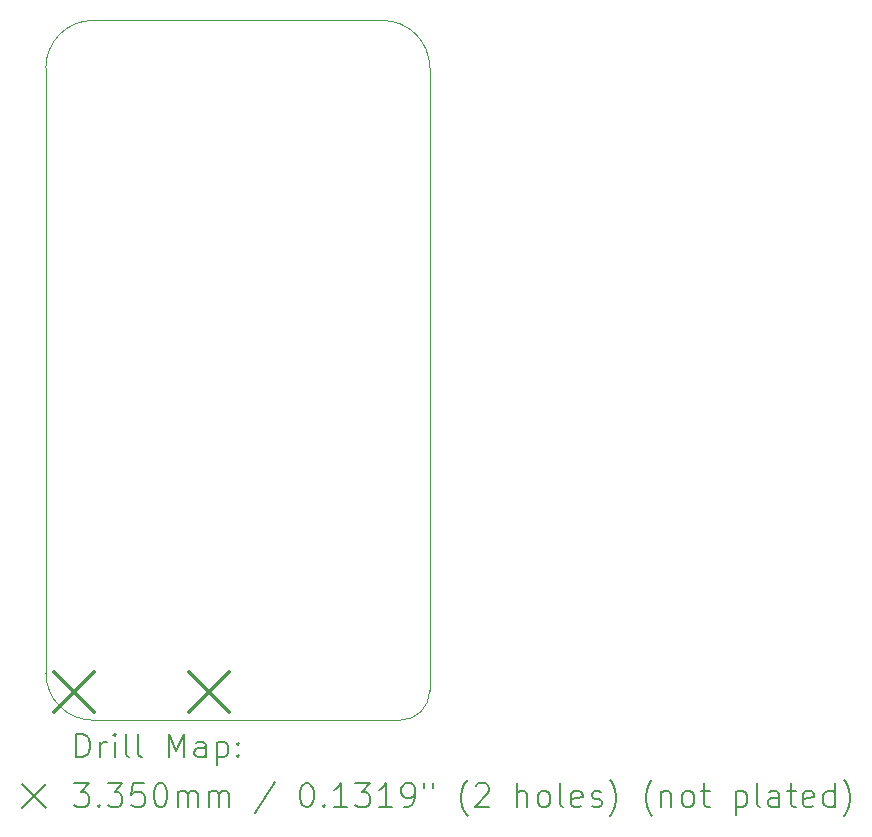
<source format=gbr>
%TF.GenerationSoftware,KiCad,Pcbnew,8.0.2*%
%TF.CreationDate,2024-10-02T19:37:23-04:00*%
%TF.ProjectId,drive_27A,64726976-655f-4323-9741-2e6b69636164,rev?*%
%TF.SameCoordinates,Original*%
%TF.FileFunction,Drillmap*%
%TF.FilePolarity,Positive*%
%FSLAX45Y45*%
G04 Gerber Fmt 4.5, Leading zero omitted, Abs format (unit mm)*
G04 Created by KiCad (PCBNEW 8.0.2) date 2024-10-02 19:37:23*
%MOMM*%
%LPD*%
G01*
G04 APERTURE LIST*
%ADD10C,0.050000*%
%ADD11C,0.200000*%
%ADD12C,0.335000*%
G04 APERTURE END LIST*
D10*
X1825000Y-7375000D02*
G75*
G02*
X1425000Y-6975000I0J400000D01*
G01*
X4675000Y-7125000D02*
G75*
G02*
X4425000Y-7375000I-250000J0D01*
G01*
X4275000Y-1450000D02*
G75*
G02*
X4675000Y-1850000I0J-400000D01*
G01*
X1425000Y-1850000D02*
G75*
G02*
X1825000Y-1450000I400000J0D01*
G01*
X1825000Y-1450000D02*
X4275000Y-1450000D01*
X1825000Y-7375000D02*
X4425000Y-7375000D01*
X1425000Y-1850000D02*
X1425000Y-6975000D01*
X4675000Y-7125000D02*
X4675000Y-1850000D01*
D11*
D12*
X1493400Y-6967500D02*
X1828400Y-7302500D01*
X1828400Y-6967500D02*
X1493400Y-7302500D01*
X2636600Y-6967500D02*
X2971600Y-7302500D01*
X2971600Y-6967500D02*
X2636600Y-7302500D01*
D11*
X1683277Y-7688984D02*
X1683277Y-7488984D01*
X1683277Y-7488984D02*
X1730896Y-7488984D01*
X1730896Y-7488984D02*
X1759467Y-7498508D01*
X1759467Y-7498508D02*
X1778515Y-7517555D01*
X1778515Y-7517555D02*
X1788039Y-7536603D01*
X1788039Y-7536603D02*
X1797562Y-7574698D01*
X1797562Y-7574698D02*
X1797562Y-7603269D01*
X1797562Y-7603269D02*
X1788039Y-7641365D01*
X1788039Y-7641365D02*
X1778515Y-7660412D01*
X1778515Y-7660412D02*
X1759467Y-7679460D01*
X1759467Y-7679460D02*
X1730896Y-7688984D01*
X1730896Y-7688984D02*
X1683277Y-7688984D01*
X1883277Y-7688984D02*
X1883277Y-7555650D01*
X1883277Y-7593746D02*
X1892801Y-7574698D01*
X1892801Y-7574698D02*
X1902324Y-7565174D01*
X1902324Y-7565174D02*
X1921372Y-7555650D01*
X1921372Y-7555650D02*
X1940420Y-7555650D01*
X2007086Y-7688984D02*
X2007086Y-7555650D01*
X2007086Y-7488984D02*
X1997562Y-7498508D01*
X1997562Y-7498508D02*
X2007086Y-7508031D01*
X2007086Y-7508031D02*
X2016610Y-7498508D01*
X2016610Y-7498508D02*
X2007086Y-7488984D01*
X2007086Y-7488984D02*
X2007086Y-7508031D01*
X2130896Y-7688984D02*
X2111848Y-7679460D01*
X2111848Y-7679460D02*
X2102324Y-7660412D01*
X2102324Y-7660412D02*
X2102324Y-7488984D01*
X2235658Y-7688984D02*
X2216610Y-7679460D01*
X2216610Y-7679460D02*
X2207086Y-7660412D01*
X2207086Y-7660412D02*
X2207086Y-7488984D01*
X2464229Y-7688984D02*
X2464229Y-7488984D01*
X2464229Y-7488984D02*
X2530896Y-7631841D01*
X2530896Y-7631841D02*
X2597563Y-7488984D01*
X2597563Y-7488984D02*
X2597563Y-7688984D01*
X2778515Y-7688984D02*
X2778515Y-7584222D01*
X2778515Y-7584222D02*
X2768991Y-7565174D01*
X2768991Y-7565174D02*
X2749944Y-7555650D01*
X2749944Y-7555650D02*
X2711848Y-7555650D01*
X2711848Y-7555650D02*
X2692801Y-7565174D01*
X2778515Y-7679460D02*
X2759467Y-7688984D01*
X2759467Y-7688984D02*
X2711848Y-7688984D01*
X2711848Y-7688984D02*
X2692801Y-7679460D01*
X2692801Y-7679460D02*
X2683277Y-7660412D01*
X2683277Y-7660412D02*
X2683277Y-7641365D01*
X2683277Y-7641365D02*
X2692801Y-7622317D01*
X2692801Y-7622317D02*
X2711848Y-7612793D01*
X2711848Y-7612793D02*
X2759467Y-7612793D01*
X2759467Y-7612793D02*
X2778515Y-7603269D01*
X2873753Y-7555650D02*
X2873753Y-7755650D01*
X2873753Y-7565174D02*
X2892801Y-7555650D01*
X2892801Y-7555650D02*
X2930896Y-7555650D01*
X2930896Y-7555650D02*
X2949943Y-7565174D01*
X2949943Y-7565174D02*
X2959467Y-7574698D01*
X2959467Y-7574698D02*
X2968991Y-7593746D01*
X2968991Y-7593746D02*
X2968991Y-7650888D01*
X2968991Y-7650888D02*
X2959467Y-7669936D01*
X2959467Y-7669936D02*
X2949943Y-7679460D01*
X2949943Y-7679460D02*
X2930896Y-7688984D01*
X2930896Y-7688984D02*
X2892801Y-7688984D01*
X2892801Y-7688984D02*
X2873753Y-7679460D01*
X3054705Y-7669936D02*
X3064229Y-7679460D01*
X3064229Y-7679460D02*
X3054705Y-7688984D01*
X3054705Y-7688984D02*
X3045182Y-7679460D01*
X3045182Y-7679460D02*
X3054705Y-7669936D01*
X3054705Y-7669936D02*
X3054705Y-7688984D01*
X3054705Y-7565174D02*
X3064229Y-7574698D01*
X3064229Y-7574698D02*
X3054705Y-7584222D01*
X3054705Y-7584222D02*
X3045182Y-7574698D01*
X3045182Y-7574698D02*
X3054705Y-7565174D01*
X3054705Y-7565174D02*
X3054705Y-7584222D01*
X1222500Y-7917500D02*
X1422500Y-8117500D01*
X1422500Y-7917500D02*
X1222500Y-8117500D01*
X1664229Y-7908984D02*
X1788039Y-7908984D01*
X1788039Y-7908984D02*
X1721372Y-7985174D01*
X1721372Y-7985174D02*
X1749943Y-7985174D01*
X1749943Y-7985174D02*
X1768991Y-7994698D01*
X1768991Y-7994698D02*
X1778515Y-8004222D01*
X1778515Y-8004222D02*
X1788039Y-8023269D01*
X1788039Y-8023269D02*
X1788039Y-8070888D01*
X1788039Y-8070888D02*
X1778515Y-8089936D01*
X1778515Y-8089936D02*
X1768991Y-8099460D01*
X1768991Y-8099460D02*
X1749943Y-8108984D01*
X1749943Y-8108984D02*
X1692801Y-8108984D01*
X1692801Y-8108984D02*
X1673753Y-8099460D01*
X1673753Y-8099460D02*
X1664229Y-8089936D01*
X1873753Y-8089936D02*
X1883277Y-8099460D01*
X1883277Y-8099460D02*
X1873753Y-8108984D01*
X1873753Y-8108984D02*
X1864229Y-8099460D01*
X1864229Y-8099460D02*
X1873753Y-8089936D01*
X1873753Y-8089936D02*
X1873753Y-8108984D01*
X1949943Y-7908984D02*
X2073753Y-7908984D01*
X2073753Y-7908984D02*
X2007086Y-7985174D01*
X2007086Y-7985174D02*
X2035658Y-7985174D01*
X2035658Y-7985174D02*
X2054705Y-7994698D01*
X2054705Y-7994698D02*
X2064229Y-8004222D01*
X2064229Y-8004222D02*
X2073753Y-8023269D01*
X2073753Y-8023269D02*
X2073753Y-8070888D01*
X2073753Y-8070888D02*
X2064229Y-8089936D01*
X2064229Y-8089936D02*
X2054705Y-8099460D01*
X2054705Y-8099460D02*
X2035658Y-8108984D01*
X2035658Y-8108984D02*
X1978515Y-8108984D01*
X1978515Y-8108984D02*
X1959467Y-8099460D01*
X1959467Y-8099460D02*
X1949943Y-8089936D01*
X2254705Y-7908984D02*
X2159467Y-7908984D01*
X2159467Y-7908984D02*
X2149944Y-8004222D01*
X2149944Y-8004222D02*
X2159467Y-7994698D01*
X2159467Y-7994698D02*
X2178515Y-7985174D01*
X2178515Y-7985174D02*
X2226134Y-7985174D01*
X2226134Y-7985174D02*
X2245182Y-7994698D01*
X2245182Y-7994698D02*
X2254705Y-8004222D01*
X2254705Y-8004222D02*
X2264229Y-8023269D01*
X2264229Y-8023269D02*
X2264229Y-8070888D01*
X2264229Y-8070888D02*
X2254705Y-8089936D01*
X2254705Y-8089936D02*
X2245182Y-8099460D01*
X2245182Y-8099460D02*
X2226134Y-8108984D01*
X2226134Y-8108984D02*
X2178515Y-8108984D01*
X2178515Y-8108984D02*
X2159467Y-8099460D01*
X2159467Y-8099460D02*
X2149944Y-8089936D01*
X2388039Y-7908984D02*
X2407086Y-7908984D01*
X2407086Y-7908984D02*
X2426134Y-7918508D01*
X2426134Y-7918508D02*
X2435658Y-7928031D01*
X2435658Y-7928031D02*
X2445182Y-7947079D01*
X2445182Y-7947079D02*
X2454705Y-7985174D01*
X2454705Y-7985174D02*
X2454705Y-8032793D01*
X2454705Y-8032793D02*
X2445182Y-8070888D01*
X2445182Y-8070888D02*
X2435658Y-8089936D01*
X2435658Y-8089936D02*
X2426134Y-8099460D01*
X2426134Y-8099460D02*
X2407086Y-8108984D01*
X2407086Y-8108984D02*
X2388039Y-8108984D01*
X2388039Y-8108984D02*
X2368991Y-8099460D01*
X2368991Y-8099460D02*
X2359467Y-8089936D01*
X2359467Y-8089936D02*
X2349944Y-8070888D01*
X2349944Y-8070888D02*
X2340420Y-8032793D01*
X2340420Y-8032793D02*
X2340420Y-7985174D01*
X2340420Y-7985174D02*
X2349944Y-7947079D01*
X2349944Y-7947079D02*
X2359467Y-7928031D01*
X2359467Y-7928031D02*
X2368991Y-7918508D01*
X2368991Y-7918508D02*
X2388039Y-7908984D01*
X2540420Y-8108984D02*
X2540420Y-7975650D01*
X2540420Y-7994698D02*
X2549944Y-7985174D01*
X2549944Y-7985174D02*
X2568991Y-7975650D01*
X2568991Y-7975650D02*
X2597563Y-7975650D01*
X2597563Y-7975650D02*
X2616610Y-7985174D01*
X2616610Y-7985174D02*
X2626134Y-8004222D01*
X2626134Y-8004222D02*
X2626134Y-8108984D01*
X2626134Y-8004222D02*
X2635658Y-7985174D01*
X2635658Y-7985174D02*
X2654705Y-7975650D01*
X2654705Y-7975650D02*
X2683277Y-7975650D01*
X2683277Y-7975650D02*
X2702325Y-7985174D01*
X2702325Y-7985174D02*
X2711848Y-8004222D01*
X2711848Y-8004222D02*
X2711848Y-8108984D01*
X2807086Y-8108984D02*
X2807086Y-7975650D01*
X2807086Y-7994698D02*
X2816610Y-7985174D01*
X2816610Y-7985174D02*
X2835658Y-7975650D01*
X2835658Y-7975650D02*
X2864229Y-7975650D01*
X2864229Y-7975650D02*
X2883277Y-7985174D01*
X2883277Y-7985174D02*
X2892801Y-8004222D01*
X2892801Y-8004222D02*
X2892801Y-8108984D01*
X2892801Y-8004222D02*
X2902324Y-7985174D01*
X2902324Y-7985174D02*
X2921372Y-7975650D01*
X2921372Y-7975650D02*
X2949943Y-7975650D01*
X2949943Y-7975650D02*
X2968991Y-7985174D01*
X2968991Y-7985174D02*
X2978515Y-8004222D01*
X2978515Y-8004222D02*
X2978515Y-8108984D01*
X3368991Y-7899460D02*
X3197563Y-8156603D01*
X3626134Y-7908984D02*
X3645182Y-7908984D01*
X3645182Y-7908984D02*
X3664229Y-7918508D01*
X3664229Y-7918508D02*
X3673753Y-7928031D01*
X3673753Y-7928031D02*
X3683277Y-7947079D01*
X3683277Y-7947079D02*
X3692801Y-7985174D01*
X3692801Y-7985174D02*
X3692801Y-8032793D01*
X3692801Y-8032793D02*
X3683277Y-8070888D01*
X3683277Y-8070888D02*
X3673753Y-8089936D01*
X3673753Y-8089936D02*
X3664229Y-8099460D01*
X3664229Y-8099460D02*
X3645182Y-8108984D01*
X3645182Y-8108984D02*
X3626134Y-8108984D01*
X3626134Y-8108984D02*
X3607086Y-8099460D01*
X3607086Y-8099460D02*
X3597563Y-8089936D01*
X3597563Y-8089936D02*
X3588039Y-8070888D01*
X3588039Y-8070888D02*
X3578515Y-8032793D01*
X3578515Y-8032793D02*
X3578515Y-7985174D01*
X3578515Y-7985174D02*
X3588039Y-7947079D01*
X3588039Y-7947079D02*
X3597563Y-7928031D01*
X3597563Y-7928031D02*
X3607086Y-7918508D01*
X3607086Y-7918508D02*
X3626134Y-7908984D01*
X3778515Y-8089936D02*
X3788039Y-8099460D01*
X3788039Y-8099460D02*
X3778515Y-8108984D01*
X3778515Y-8108984D02*
X3768991Y-8099460D01*
X3768991Y-8099460D02*
X3778515Y-8089936D01*
X3778515Y-8089936D02*
X3778515Y-8108984D01*
X3978515Y-8108984D02*
X3864229Y-8108984D01*
X3921372Y-8108984D02*
X3921372Y-7908984D01*
X3921372Y-7908984D02*
X3902325Y-7937555D01*
X3902325Y-7937555D02*
X3883277Y-7956603D01*
X3883277Y-7956603D02*
X3864229Y-7966127D01*
X4045182Y-7908984D02*
X4168991Y-7908984D01*
X4168991Y-7908984D02*
X4102325Y-7985174D01*
X4102325Y-7985174D02*
X4130896Y-7985174D01*
X4130896Y-7985174D02*
X4149944Y-7994698D01*
X4149944Y-7994698D02*
X4159467Y-8004222D01*
X4159467Y-8004222D02*
X4168991Y-8023269D01*
X4168991Y-8023269D02*
X4168991Y-8070888D01*
X4168991Y-8070888D02*
X4159467Y-8089936D01*
X4159467Y-8089936D02*
X4149944Y-8099460D01*
X4149944Y-8099460D02*
X4130896Y-8108984D01*
X4130896Y-8108984D02*
X4073753Y-8108984D01*
X4073753Y-8108984D02*
X4054706Y-8099460D01*
X4054706Y-8099460D02*
X4045182Y-8089936D01*
X4359468Y-8108984D02*
X4245182Y-8108984D01*
X4302325Y-8108984D02*
X4302325Y-7908984D01*
X4302325Y-7908984D02*
X4283277Y-7937555D01*
X4283277Y-7937555D02*
X4264229Y-7956603D01*
X4264229Y-7956603D02*
X4245182Y-7966127D01*
X4454706Y-8108984D02*
X4492801Y-8108984D01*
X4492801Y-8108984D02*
X4511849Y-8099460D01*
X4511849Y-8099460D02*
X4521372Y-8089936D01*
X4521372Y-8089936D02*
X4540420Y-8061365D01*
X4540420Y-8061365D02*
X4549944Y-8023269D01*
X4549944Y-8023269D02*
X4549944Y-7947079D01*
X4549944Y-7947079D02*
X4540420Y-7928031D01*
X4540420Y-7928031D02*
X4530896Y-7918508D01*
X4530896Y-7918508D02*
X4511849Y-7908984D01*
X4511849Y-7908984D02*
X4473753Y-7908984D01*
X4473753Y-7908984D02*
X4454706Y-7918508D01*
X4454706Y-7918508D02*
X4445182Y-7928031D01*
X4445182Y-7928031D02*
X4435658Y-7947079D01*
X4435658Y-7947079D02*
X4435658Y-7994698D01*
X4435658Y-7994698D02*
X4445182Y-8013746D01*
X4445182Y-8013746D02*
X4454706Y-8023269D01*
X4454706Y-8023269D02*
X4473753Y-8032793D01*
X4473753Y-8032793D02*
X4511849Y-8032793D01*
X4511849Y-8032793D02*
X4530896Y-8023269D01*
X4530896Y-8023269D02*
X4540420Y-8013746D01*
X4540420Y-8013746D02*
X4549944Y-7994698D01*
X4626134Y-7908984D02*
X4626134Y-7947079D01*
X4702325Y-7908984D02*
X4702325Y-7947079D01*
X4997563Y-8185174D02*
X4988039Y-8175650D01*
X4988039Y-8175650D02*
X4968991Y-8147079D01*
X4968991Y-8147079D02*
X4959468Y-8128031D01*
X4959468Y-8128031D02*
X4949944Y-8099460D01*
X4949944Y-8099460D02*
X4940420Y-8051841D01*
X4940420Y-8051841D02*
X4940420Y-8013746D01*
X4940420Y-8013746D02*
X4949944Y-7966127D01*
X4949944Y-7966127D02*
X4959468Y-7937555D01*
X4959468Y-7937555D02*
X4968991Y-7918508D01*
X4968991Y-7918508D02*
X4988039Y-7889936D01*
X4988039Y-7889936D02*
X4997563Y-7880412D01*
X5064230Y-7928031D02*
X5073753Y-7918508D01*
X5073753Y-7918508D02*
X5092801Y-7908984D01*
X5092801Y-7908984D02*
X5140420Y-7908984D01*
X5140420Y-7908984D02*
X5159468Y-7918508D01*
X5159468Y-7918508D02*
X5168991Y-7928031D01*
X5168991Y-7928031D02*
X5178515Y-7947079D01*
X5178515Y-7947079D02*
X5178515Y-7966127D01*
X5178515Y-7966127D02*
X5168991Y-7994698D01*
X5168991Y-7994698D02*
X5054706Y-8108984D01*
X5054706Y-8108984D02*
X5178515Y-8108984D01*
X5416611Y-8108984D02*
X5416611Y-7908984D01*
X5502325Y-8108984D02*
X5502325Y-8004222D01*
X5502325Y-8004222D02*
X5492801Y-7985174D01*
X5492801Y-7985174D02*
X5473753Y-7975650D01*
X5473753Y-7975650D02*
X5445182Y-7975650D01*
X5445182Y-7975650D02*
X5426134Y-7985174D01*
X5426134Y-7985174D02*
X5416611Y-7994698D01*
X5626134Y-8108984D02*
X5607087Y-8099460D01*
X5607087Y-8099460D02*
X5597563Y-8089936D01*
X5597563Y-8089936D02*
X5588039Y-8070888D01*
X5588039Y-8070888D02*
X5588039Y-8013746D01*
X5588039Y-8013746D02*
X5597563Y-7994698D01*
X5597563Y-7994698D02*
X5607087Y-7985174D01*
X5607087Y-7985174D02*
X5626134Y-7975650D01*
X5626134Y-7975650D02*
X5654706Y-7975650D01*
X5654706Y-7975650D02*
X5673753Y-7985174D01*
X5673753Y-7985174D02*
X5683277Y-7994698D01*
X5683277Y-7994698D02*
X5692801Y-8013746D01*
X5692801Y-8013746D02*
X5692801Y-8070888D01*
X5692801Y-8070888D02*
X5683277Y-8089936D01*
X5683277Y-8089936D02*
X5673753Y-8099460D01*
X5673753Y-8099460D02*
X5654706Y-8108984D01*
X5654706Y-8108984D02*
X5626134Y-8108984D01*
X5807087Y-8108984D02*
X5788039Y-8099460D01*
X5788039Y-8099460D02*
X5778515Y-8080412D01*
X5778515Y-8080412D02*
X5778515Y-7908984D01*
X5959468Y-8099460D02*
X5940420Y-8108984D01*
X5940420Y-8108984D02*
X5902325Y-8108984D01*
X5902325Y-8108984D02*
X5883277Y-8099460D01*
X5883277Y-8099460D02*
X5873753Y-8080412D01*
X5873753Y-8080412D02*
X5873753Y-8004222D01*
X5873753Y-8004222D02*
X5883277Y-7985174D01*
X5883277Y-7985174D02*
X5902325Y-7975650D01*
X5902325Y-7975650D02*
X5940420Y-7975650D01*
X5940420Y-7975650D02*
X5959468Y-7985174D01*
X5959468Y-7985174D02*
X5968991Y-8004222D01*
X5968991Y-8004222D02*
X5968991Y-8023269D01*
X5968991Y-8023269D02*
X5873753Y-8042317D01*
X6045182Y-8099460D02*
X6064230Y-8108984D01*
X6064230Y-8108984D02*
X6102325Y-8108984D01*
X6102325Y-8108984D02*
X6121372Y-8099460D01*
X6121372Y-8099460D02*
X6130896Y-8080412D01*
X6130896Y-8080412D02*
X6130896Y-8070888D01*
X6130896Y-8070888D02*
X6121372Y-8051841D01*
X6121372Y-8051841D02*
X6102325Y-8042317D01*
X6102325Y-8042317D02*
X6073753Y-8042317D01*
X6073753Y-8042317D02*
X6054706Y-8032793D01*
X6054706Y-8032793D02*
X6045182Y-8013746D01*
X6045182Y-8013746D02*
X6045182Y-8004222D01*
X6045182Y-8004222D02*
X6054706Y-7985174D01*
X6054706Y-7985174D02*
X6073753Y-7975650D01*
X6073753Y-7975650D02*
X6102325Y-7975650D01*
X6102325Y-7975650D02*
X6121372Y-7985174D01*
X6197563Y-8185174D02*
X6207087Y-8175650D01*
X6207087Y-8175650D02*
X6226134Y-8147079D01*
X6226134Y-8147079D02*
X6235658Y-8128031D01*
X6235658Y-8128031D02*
X6245182Y-8099460D01*
X6245182Y-8099460D02*
X6254706Y-8051841D01*
X6254706Y-8051841D02*
X6254706Y-8013746D01*
X6254706Y-8013746D02*
X6245182Y-7966127D01*
X6245182Y-7966127D02*
X6235658Y-7937555D01*
X6235658Y-7937555D02*
X6226134Y-7918508D01*
X6226134Y-7918508D02*
X6207087Y-7889936D01*
X6207087Y-7889936D02*
X6197563Y-7880412D01*
X6559468Y-8185174D02*
X6549944Y-8175650D01*
X6549944Y-8175650D02*
X6530896Y-8147079D01*
X6530896Y-8147079D02*
X6521372Y-8128031D01*
X6521372Y-8128031D02*
X6511849Y-8099460D01*
X6511849Y-8099460D02*
X6502325Y-8051841D01*
X6502325Y-8051841D02*
X6502325Y-8013746D01*
X6502325Y-8013746D02*
X6511849Y-7966127D01*
X6511849Y-7966127D02*
X6521372Y-7937555D01*
X6521372Y-7937555D02*
X6530896Y-7918508D01*
X6530896Y-7918508D02*
X6549944Y-7889936D01*
X6549944Y-7889936D02*
X6559468Y-7880412D01*
X6635658Y-7975650D02*
X6635658Y-8108984D01*
X6635658Y-7994698D02*
X6645182Y-7985174D01*
X6645182Y-7985174D02*
X6664230Y-7975650D01*
X6664230Y-7975650D02*
X6692801Y-7975650D01*
X6692801Y-7975650D02*
X6711849Y-7985174D01*
X6711849Y-7985174D02*
X6721372Y-8004222D01*
X6721372Y-8004222D02*
X6721372Y-8108984D01*
X6845182Y-8108984D02*
X6826134Y-8099460D01*
X6826134Y-8099460D02*
X6816611Y-8089936D01*
X6816611Y-8089936D02*
X6807087Y-8070888D01*
X6807087Y-8070888D02*
X6807087Y-8013746D01*
X6807087Y-8013746D02*
X6816611Y-7994698D01*
X6816611Y-7994698D02*
X6826134Y-7985174D01*
X6826134Y-7985174D02*
X6845182Y-7975650D01*
X6845182Y-7975650D02*
X6873753Y-7975650D01*
X6873753Y-7975650D02*
X6892801Y-7985174D01*
X6892801Y-7985174D02*
X6902325Y-7994698D01*
X6902325Y-7994698D02*
X6911849Y-8013746D01*
X6911849Y-8013746D02*
X6911849Y-8070888D01*
X6911849Y-8070888D02*
X6902325Y-8089936D01*
X6902325Y-8089936D02*
X6892801Y-8099460D01*
X6892801Y-8099460D02*
X6873753Y-8108984D01*
X6873753Y-8108984D02*
X6845182Y-8108984D01*
X6968992Y-7975650D02*
X7045182Y-7975650D01*
X6997563Y-7908984D02*
X6997563Y-8080412D01*
X6997563Y-8080412D02*
X7007087Y-8099460D01*
X7007087Y-8099460D02*
X7026134Y-8108984D01*
X7026134Y-8108984D02*
X7045182Y-8108984D01*
X7264230Y-7975650D02*
X7264230Y-8175650D01*
X7264230Y-7985174D02*
X7283277Y-7975650D01*
X7283277Y-7975650D02*
X7321373Y-7975650D01*
X7321373Y-7975650D02*
X7340420Y-7985174D01*
X7340420Y-7985174D02*
X7349944Y-7994698D01*
X7349944Y-7994698D02*
X7359468Y-8013746D01*
X7359468Y-8013746D02*
X7359468Y-8070888D01*
X7359468Y-8070888D02*
X7349944Y-8089936D01*
X7349944Y-8089936D02*
X7340420Y-8099460D01*
X7340420Y-8099460D02*
X7321373Y-8108984D01*
X7321373Y-8108984D02*
X7283277Y-8108984D01*
X7283277Y-8108984D02*
X7264230Y-8099460D01*
X7473753Y-8108984D02*
X7454706Y-8099460D01*
X7454706Y-8099460D02*
X7445182Y-8080412D01*
X7445182Y-8080412D02*
X7445182Y-7908984D01*
X7635658Y-8108984D02*
X7635658Y-8004222D01*
X7635658Y-8004222D02*
X7626134Y-7985174D01*
X7626134Y-7985174D02*
X7607087Y-7975650D01*
X7607087Y-7975650D02*
X7568992Y-7975650D01*
X7568992Y-7975650D02*
X7549944Y-7985174D01*
X7635658Y-8099460D02*
X7616611Y-8108984D01*
X7616611Y-8108984D02*
X7568992Y-8108984D01*
X7568992Y-8108984D02*
X7549944Y-8099460D01*
X7549944Y-8099460D02*
X7540420Y-8080412D01*
X7540420Y-8080412D02*
X7540420Y-8061365D01*
X7540420Y-8061365D02*
X7549944Y-8042317D01*
X7549944Y-8042317D02*
X7568992Y-8032793D01*
X7568992Y-8032793D02*
X7616611Y-8032793D01*
X7616611Y-8032793D02*
X7635658Y-8023269D01*
X7702325Y-7975650D02*
X7778515Y-7975650D01*
X7730896Y-7908984D02*
X7730896Y-8080412D01*
X7730896Y-8080412D02*
X7740420Y-8099460D01*
X7740420Y-8099460D02*
X7759468Y-8108984D01*
X7759468Y-8108984D02*
X7778515Y-8108984D01*
X7921373Y-8099460D02*
X7902325Y-8108984D01*
X7902325Y-8108984D02*
X7864230Y-8108984D01*
X7864230Y-8108984D02*
X7845182Y-8099460D01*
X7845182Y-8099460D02*
X7835658Y-8080412D01*
X7835658Y-8080412D02*
X7835658Y-8004222D01*
X7835658Y-8004222D02*
X7845182Y-7985174D01*
X7845182Y-7985174D02*
X7864230Y-7975650D01*
X7864230Y-7975650D02*
X7902325Y-7975650D01*
X7902325Y-7975650D02*
X7921373Y-7985174D01*
X7921373Y-7985174D02*
X7930896Y-8004222D01*
X7930896Y-8004222D02*
X7930896Y-8023269D01*
X7930896Y-8023269D02*
X7835658Y-8042317D01*
X8102325Y-8108984D02*
X8102325Y-7908984D01*
X8102325Y-8099460D02*
X8083277Y-8108984D01*
X8083277Y-8108984D02*
X8045182Y-8108984D01*
X8045182Y-8108984D02*
X8026134Y-8099460D01*
X8026134Y-8099460D02*
X8016611Y-8089936D01*
X8016611Y-8089936D02*
X8007087Y-8070888D01*
X8007087Y-8070888D02*
X8007087Y-8013746D01*
X8007087Y-8013746D02*
X8016611Y-7994698D01*
X8016611Y-7994698D02*
X8026134Y-7985174D01*
X8026134Y-7985174D02*
X8045182Y-7975650D01*
X8045182Y-7975650D02*
X8083277Y-7975650D01*
X8083277Y-7975650D02*
X8102325Y-7985174D01*
X8178515Y-8185174D02*
X8188039Y-8175650D01*
X8188039Y-8175650D02*
X8207087Y-8147079D01*
X8207087Y-8147079D02*
X8216611Y-8128031D01*
X8216611Y-8128031D02*
X8226134Y-8099460D01*
X8226134Y-8099460D02*
X8235658Y-8051841D01*
X8235658Y-8051841D02*
X8235658Y-8013746D01*
X8235658Y-8013746D02*
X8226134Y-7966127D01*
X8226134Y-7966127D02*
X8216611Y-7937555D01*
X8216611Y-7937555D02*
X8207087Y-7918508D01*
X8207087Y-7918508D02*
X8188039Y-7889936D01*
X8188039Y-7889936D02*
X8178515Y-7880412D01*
M02*

</source>
